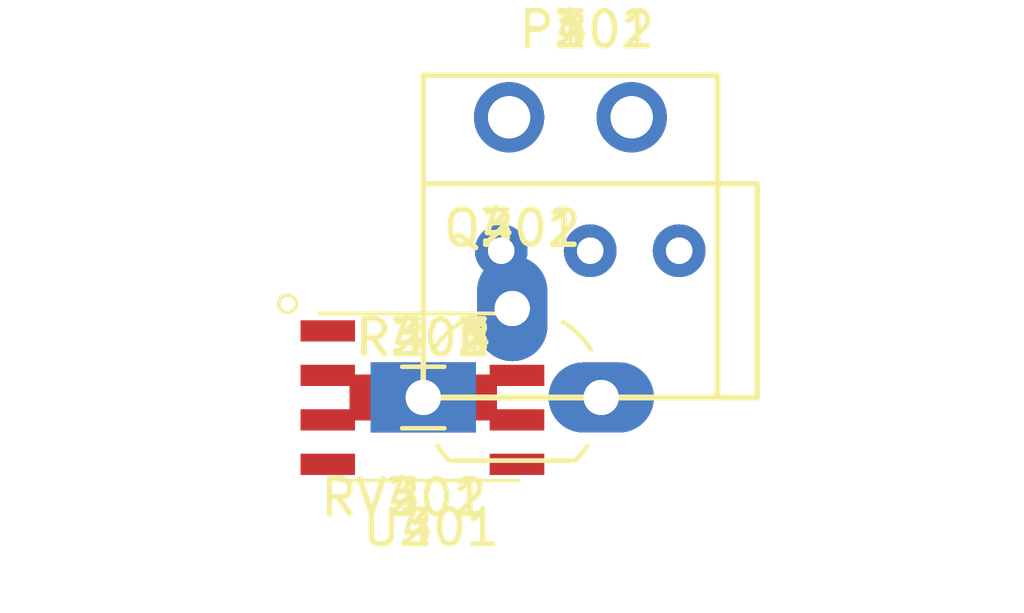
<source format=kicad_pcb>
(kicad_pcb (version 4) (host pcbnew 4.0.4-stable)

  (general
    (links 78)
    (no_connects 42)
    (area 0 0 0 0)
    (thickness 1.6)
    (drawings 0)
    (tracks 0)
    (zones 0)
    (modules 40)
    (nets 33)
  )

  (page A4)
  (layers
    (0 F.Cu signal)
    (31 B.Cu signal)
    (32 B.Adhes user)
    (33 F.Adhes user)
    (34 B.Paste user)
    (35 F.Paste user)
    (36 B.SilkS user)
    (37 F.SilkS user)
    (38 B.Mask user)
    (39 F.Mask user)
    (40 Dwgs.User user)
    (41 Cmts.User user)
    (42 Eco1.User user)
    (43 Eco2.User user)
    (44 Edge.Cuts user)
    (45 Margin user)
    (46 B.CrtYd user)
    (47 F.CrtYd user)
    (48 B.Fab user)
    (49 F.Fab user)
  )

  (setup
    (last_trace_width 0.25)
    (trace_clearance 0.2)
    (zone_clearance 0.508)
    (zone_45_only no)
    (trace_min 0.2)
    (segment_width 0.2)
    (edge_width 0.15)
    (via_size 0.6)
    (via_drill 0.4)
    (via_min_size 0.4)
    (via_min_drill 0.3)
    (uvia_size 0.3)
    (uvia_drill 0.1)
    (uvias_allowed no)
    (uvia_min_size 0.2)
    (uvia_min_drill 0.1)
    (pcb_text_width 0.3)
    (pcb_text_size 1.5 1.5)
    (mod_edge_width 0.15)
    (mod_text_size 1 1)
    (mod_text_width 0.15)
    (pad_size 1.524 1.524)
    (pad_drill 0.762)
    (pad_to_mask_clearance 0.2)
    (aux_axis_origin 0 0)
    (visible_elements FFFFFF7F)
    (pcbplotparams
      (layerselection 0x00030_80000001)
      (usegerberextensions false)
      (excludeedgelayer true)
      (linewidth 0.100000)
      (plotframeref false)
      (viasonmask false)
      (mode 1)
      (useauxorigin false)
      (hpglpennumber 1)
      (hpglpenspeed 20)
      (hpglpendiameter 15)
      (hpglpenoverlay 2)
      (psnegative false)
      (psa4output false)
      (plotreference true)
      (plotvalue true)
      (plotinvisibletext false)
      (padsonsilk false)
      (subtractmaskfromsilk false)
      (outputformat 1)
      (mirror false)
      (drillshape 1)
      (scaleselection 1)
      (outputdirectory ""))
  )

  (net 0 "")
  (net 1 +5V)
  (net 2 GND)
  (net 3 "Net-(P201-Pad1)")
  (net 4 "Net-(P202-Pad1)")
  (net 5 "Net-(P301-Pad1)")
  (net 6 "Net-(P302-Pad1)")
  (net 7 "Net-(P401-Pad1)")
  (net 8 "Net-(P402-Pad1)")
  (net 9 "Net-(Q201-Pad3)")
  (net 10 "Net-(Q201-Pad2)")
  (net 11 "Net-(Q202-Pad3)")
  (net 12 "Net-(Q202-Pad2)")
  (net 13 "Net-(Q301-Pad3)")
  (net 14 "Net-(Q301-Pad2)")
  (net 15 "Net-(Q302-Pad3)")
  (net 16 "Net-(Q302-Pad2)")
  (net 17 "Net-(Q401-Pad3)")
  (net 18 "Net-(Q401-Pad2)")
  (net 19 "Net-(Q402-Pad3)")
  (net 20 "Net-(Q402-Pad2)")
  (net 21 "Net-(R201-Pad1)")
  (net 22 "Net-(R204-Pad1)")
  (net 23 "Net-(R301-Pad1)")
  (net 24 "Net-(R304-Pad1)")
  (net 25 "Net-(R401-Pad1)")
  (net 26 "Net-(R404-Pad1)")
  (net 27 "Net-(RV201-Pad2)")
  (net 28 "Net-(RV202-Pad2)")
  (net 29 "Net-(RV301-Pad2)")
  (net 30 "Net-(RV302-Pad2)")
  (net 31 "Net-(RV401-Pad2)")
  (net 32 "Net-(RV402-Pad2)")

  (net_class Default "This is the default net class."
    (clearance 0.2)
    (trace_width 0.25)
    (via_dia 0.6)
    (via_drill 0.4)
    (uvia_dia 0.3)
    (uvia_drill 0.1)
    (add_net +5V)
    (add_net GND)
    (add_net "Net-(P201-Pad1)")
    (add_net "Net-(P202-Pad1)")
    (add_net "Net-(P301-Pad1)")
    (add_net "Net-(P302-Pad1)")
    (add_net "Net-(P401-Pad1)")
    (add_net "Net-(P402-Pad1)")
    (add_net "Net-(Q201-Pad2)")
    (add_net "Net-(Q201-Pad3)")
    (add_net "Net-(Q202-Pad2)")
    (add_net "Net-(Q202-Pad3)")
    (add_net "Net-(Q301-Pad2)")
    (add_net "Net-(Q301-Pad3)")
    (add_net "Net-(Q302-Pad2)")
    (add_net "Net-(Q302-Pad3)")
    (add_net "Net-(Q401-Pad2)")
    (add_net "Net-(Q401-Pad3)")
    (add_net "Net-(Q402-Pad2)")
    (add_net "Net-(Q402-Pad3)")
    (add_net "Net-(R201-Pad1)")
    (add_net "Net-(R204-Pad1)")
    (add_net "Net-(R301-Pad1)")
    (add_net "Net-(R304-Pad1)")
    (add_net "Net-(R401-Pad1)")
    (add_net "Net-(R404-Pad1)")
    (add_net "Net-(RV201-Pad2)")
    (add_net "Net-(RV202-Pad2)")
    (add_net "Net-(RV301-Pad2)")
    (add_net "Net-(RV302-Pad2)")
    (add_net "Net-(RV401-Pad2)")
    (add_net "Net-(RV402-Pad2)")
  )

  (module KiCAD_Tutorial_modules:CONN_PHOENIX_1844210_2PIN (layer F.Cu) (tedit 58DB9104) (tstamp 58DBB0BC)
    (at 148.5011 105.0036)
    (path /58DBB09E)
    (fp_text reference P101 (at 4.67 -10.5) (layer F.SilkS)
      (effects (font (size 1 1) (thickness 0.15)))
    )
    (fp_text value CONN_01X02 (at 5.06 3.77) (layer F.Fab)
      (effects (font (size 1 1) (thickness 0.15)))
    )
    (fp_line (start 0 -9.2) (end 8.4 -9.2) (layer F.SilkS) (width 0.15))
    (fp_line (start 8.4 0) (end 8.4 -9.2) (layer F.SilkS) (width 0.15))
    (fp_line (start 0 0) (end 0 -9.2) (layer F.SilkS) (width 0.15))
    (fp_line (start 0 0) (end 8.4 0) (layer F.SilkS) (width 0.15))
    (pad 1 thru_hole circle (at 2.45 -8) (size 2 2) (drill 1.2) (layers *.Cu *.Mask)
      (net 1 +5V))
    (pad 2 thru_hole circle (at 5.95 -8) (size 2 2) (drill 1.2) (layers *.Cu *.Mask)
      (net 2 GND))
  )

  (module KiCAD_Tutorial_modules:CONN_PHOENIX_1844210_2PIN (layer F.Cu) (tedit 58DB9104) (tstamp 58DBB0C6)
    (at 148.5011 105.0036)
    (path /58D8DB4F/58DB4221)
    (fp_text reference P201 (at 4.67 -10.5) (layer F.SilkS)
      (effects (font (size 1 1) (thickness 0.15)))
    )
    (fp_text value CONN_01X02 (at 5.06 3.77) (layer F.Fab)
      (effects (font (size 1 1) (thickness 0.15)))
    )
    (fp_line (start 0 -9.2) (end 8.4 -9.2) (layer F.SilkS) (width 0.15))
    (fp_line (start 8.4 0) (end 8.4 -9.2) (layer F.SilkS) (width 0.15))
    (fp_line (start 0 0) (end 0 -9.2) (layer F.SilkS) (width 0.15))
    (fp_line (start 0 0) (end 8.4 0) (layer F.SilkS) (width 0.15))
    (pad 1 thru_hole circle (at 2.45 -8) (size 2 2) (drill 1.2) (layers *.Cu *.Mask)
      (net 3 "Net-(P201-Pad1)"))
    (pad 2 thru_hole circle (at 5.95 -8) (size 2 2) (drill 1.2) (layers *.Cu *.Mask)
      (net 2 GND))
  )

  (module KiCAD_Tutorial_modules:CONN_PHOENIX_1844210_2PIN (layer F.Cu) (tedit 58DB9104) (tstamp 58DBB0D0)
    (at 148.5011 105.0036)
    (path /58D8DB4F/58DBACEF)
    (fp_text reference P202 (at 4.67 -10.5) (layer F.SilkS)
      (effects (font (size 1 1) (thickness 0.15)))
    )
    (fp_text value CONN_01X02 (at 5.06 3.77) (layer F.Fab)
      (effects (font (size 1 1) (thickness 0.15)))
    )
    (fp_line (start 0 -9.2) (end 8.4 -9.2) (layer F.SilkS) (width 0.15))
    (fp_line (start 8.4 0) (end 8.4 -9.2) (layer F.SilkS) (width 0.15))
    (fp_line (start 0 0) (end 0 -9.2) (layer F.SilkS) (width 0.15))
    (fp_line (start 0 0) (end 8.4 0) (layer F.SilkS) (width 0.15))
    (pad 1 thru_hole circle (at 2.45 -8) (size 2 2) (drill 1.2) (layers *.Cu *.Mask)
      (net 4 "Net-(P202-Pad1)"))
    (pad 2 thru_hole circle (at 5.95 -8) (size 2 2) (drill 1.2) (layers *.Cu *.Mask)
      (net 2 GND))
  )

  (module KiCAD_Tutorial_modules:CONN_PHOENIX_1844210_2PIN (layer F.Cu) (tedit 58DB9104) (tstamp 58DBB0DA)
    (at 148.5011 105.0036)
    (path /58DB4800/58DB4221)
    (fp_text reference P301 (at 4.67 -10.5) (layer F.SilkS)
      (effects (font (size 1 1) (thickness 0.15)))
    )
    (fp_text value CONN_01X02 (at 5.06 3.77) (layer F.Fab)
      (effects (font (size 1 1) (thickness 0.15)))
    )
    (fp_line (start 0 -9.2) (end 8.4 -9.2) (layer F.SilkS) (width 0.15))
    (fp_line (start 8.4 0) (end 8.4 -9.2) (layer F.SilkS) (width 0.15))
    (fp_line (start 0 0) (end 0 -9.2) (layer F.SilkS) (width 0.15))
    (fp_line (start 0 0) (end 8.4 0) (layer F.SilkS) (width 0.15))
    (pad 1 thru_hole circle (at 2.45 -8) (size 2 2) (drill 1.2) (layers *.Cu *.Mask)
      (net 5 "Net-(P301-Pad1)"))
    (pad 2 thru_hole circle (at 5.95 -8) (size 2 2) (drill 1.2) (layers *.Cu *.Mask)
      (net 2 GND))
  )

  (module KiCAD_Tutorial_modules:CONN_PHOENIX_1844210_2PIN (layer F.Cu) (tedit 58DB9104) (tstamp 58DBB0E4)
    (at 148.5011 105.0036)
    (path /58DB4800/58DBACEF)
    (fp_text reference P302 (at 4.67 -10.5) (layer F.SilkS)
      (effects (font (size 1 1) (thickness 0.15)))
    )
    (fp_text value CONN_01X02 (at 5.06 3.77) (layer F.Fab)
      (effects (font (size 1 1) (thickness 0.15)))
    )
    (fp_line (start 0 -9.2) (end 8.4 -9.2) (layer F.SilkS) (width 0.15))
    (fp_line (start 8.4 0) (end 8.4 -9.2) (layer F.SilkS) (width 0.15))
    (fp_line (start 0 0) (end 0 -9.2) (layer F.SilkS) (width 0.15))
    (fp_line (start 0 0) (end 8.4 0) (layer F.SilkS) (width 0.15))
    (pad 1 thru_hole circle (at 2.45 -8) (size 2 2) (drill 1.2) (layers *.Cu *.Mask)
      (net 6 "Net-(P302-Pad1)"))
    (pad 2 thru_hole circle (at 5.95 -8) (size 2 2) (drill 1.2) (layers *.Cu *.Mask)
      (net 2 GND))
  )

  (module KiCAD_Tutorial_modules:CONN_PHOENIX_1844210_2PIN (layer F.Cu) (tedit 58DB9104) (tstamp 58DBB0EE)
    (at 148.5011 105.0036)
    (path /58DB4802/58DB4221)
    (fp_text reference P401 (at 4.67 -10.5) (layer F.SilkS)
      (effects (font (size 1 1) (thickness 0.15)))
    )
    (fp_text value CONN_01X02 (at 5.06 3.77) (layer F.Fab)
      (effects (font (size 1 1) (thickness 0.15)))
    )
    (fp_line (start 0 -9.2) (end 8.4 -9.2) (layer F.SilkS) (width 0.15))
    (fp_line (start 8.4 0) (end 8.4 -9.2) (layer F.SilkS) (width 0.15))
    (fp_line (start 0 0) (end 0 -9.2) (layer F.SilkS) (width 0.15))
    (fp_line (start 0 0) (end 8.4 0) (layer F.SilkS) (width 0.15))
    (pad 1 thru_hole circle (at 2.45 -8) (size 2 2) (drill 1.2) (layers *.Cu *.Mask)
      (net 7 "Net-(P401-Pad1)"))
    (pad 2 thru_hole circle (at 5.95 -8) (size 2 2) (drill 1.2) (layers *.Cu *.Mask)
      (net 2 GND))
  )

  (module KiCAD_Tutorial_modules:CONN_PHOENIX_1844210_2PIN (layer F.Cu) (tedit 58DB9104) (tstamp 58DBB0F8)
    (at 148.5011 105.0036)
    (path /58DB4802/58DBACEF)
    (fp_text reference P402 (at 4.67 -10.5) (layer F.SilkS)
      (effects (font (size 1 1) (thickness 0.15)))
    )
    (fp_text value CONN_01X02 (at 5.06 3.77) (layer F.Fab)
      (effects (font (size 1 1) (thickness 0.15)))
    )
    (fp_line (start 0 -9.2) (end 8.4 -9.2) (layer F.SilkS) (width 0.15))
    (fp_line (start 8.4 0) (end 8.4 -9.2) (layer F.SilkS) (width 0.15))
    (fp_line (start 0 0) (end 0 -9.2) (layer F.SilkS) (width 0.15))
    (fp_line (start 0 0) (end 8.4 0) (layer F.SilkS) (width 0.15))
    (pad 1 thru_hole circle (at 2.45 -8) (size 2 2) (drill 1.2) (layers *.Cu *.Mask)
      (net 8 "Net-(P402-Pad1)"))
    (pad 2 thru_hole circle (at 5.95 -8) (size 2 2) (drill 1.2) (layers *.Cu *.Mask)
      (net 2 GND))
  )

  (module KiCAD_Tutorial_modules:TO-92_Rugged_swap2and3 (layer F.Cu) (tedit 58DB9B31) (tstamp 58DBB10D)
    (at 148.5011 105.0036)
    (descr "TO-92 rugged, leads molded, wide, drill 1mm (see NXP sot054_po.pdf)")
    (tags "to-92 sc-43 sc-43a sot54 PA33 transistor")
    (path /58D8DB4F/58D8DEF8)
    (fp_text reference Q201 (at 2.54 -4.83) (layer F.SilkS)
      (effects (font (size 1 1) (thickness 0.15)))
    )
    (fp_text value Transistor_PNP_MicroCommCo_2N3906 (at 2.54 2.79) (layer F.Fab)
      (effects (font (size 1 1) (thickness 0.15)))
    )
    (fp_text user %R (at 2.54 -4.83) (layer F.Fab)
      (effects (font (size 1 1) (thickness 0.15)))
    )
    (fp_line (start 0.84 1.8) (end 4.24 1.8) (layer F.SilkS) (width 0.12))
    (fp_line (start 0.8 1.75) (end 4.3 1.75) (layer F.Fab) (width 0.1))
    (fp_line (start 0.8 1.75) (end 4.3 1.75) (layer F.Fab) (width 0.1))
    (fp_line (start -1.75 -4.29) (end 6.83 -4.29) (layer F.CrtYd) (width 0.05))
    (fp_line (start -1.75 -4.29) (end -1.75 2.01) (layer F.CrtYd) (width 0.05))
    (fp_line (start 6.83 2.01) (end 6.83 -4.29) (layer F.CrtYd) (width 0.05))
    (fp_line (start 6.83 2.01) (end -1.75 2.01) (layer F.CrtYd) (width 0.05))
    (fp_arc (start 2.34 -0.1) (end 0.29 -1.35) (angle 27.25) (layer F.SilkS) (width 0.12))
    (fp_arc (start 2.74 -0.1) (end 4.79 -1.35) (angle -27.25) (layer F.SilkS) (width 0.12))
    (fp_arc (start 2.44 0.1) (end 0.74 1.8) (angle 12.99) (layer F.SilkS) (width 0.12))
    (fp_arc (start 2.64 0.1) (end 4.34 1.8) (angle -12.99) (layer F.SilkS) (width 0.12))
    (fp_arc (start 2.54 0) (end 2.54 -2.48) (angle 135) (layer F.Fab) (width 0.1))
    (fp_arc (start 2.54 0) (end 2.54 -2.48) (angle -135) (layer F.Fab) (width 0.1))
    (pad 3 thru_hole oval (at 2.54 -2.54 90) (size 3 2) (drill 1) (layers *.Cu *.Mask)
      (net 9 "Net-(Q201-Pad3)"))
    (pad 1 thru_hole rect (at 0 0 90) (size 2 3) (drill 1) (layers *.Cu *.Mask)
      (net 3 "Net-(P201-Pad1)"))
    (pad 2 thru_hole oval (at 5.08 0 90) (size 2 3) (drill 1) (layers *.Cu *.Mask)
      (net 10 "Net-(Q201-Pad2)"))
    (model ${KISYS3DMOD}/TO_SOT_Packages_THT.3dshapes/TO-92_Rugged.wrl
      (at (xyz 0.1 0 0))
      (scale (xyz 1 1 1))
      (rotate (xyz 0 0 -90))
    )
  )

  (module KiCAD_Tutorial_modules:TO-92_Rugged_swap2and3 (layer F.Cu) (tedit 58DB9B31) (tstamp 58DBB122)
    (at 148.5011 105.0036)
    (descr "TO-92 rugged, leads molded, wide, drill 1mm (see NXP sot054_po.pdf)")
    (tags "to-92 sc-43 sc-43a sot54 PA33 transistor")
    (path /58D8DB4F/58DBACA6)
    (fp_text reference Q202 (at 2.54 -4.83) (layer F.SilkS)
      (effects (font (size 1 1) (thickness 0.15)))
    )
    (fp_text value Transistor_PNP_MicroCommCo_2N3906 (at 2.54 2.79) (layer F.Fab)
      (effects (font (size 1 1) (thickness 0.15)))
    )
    (fp_text user %R (at 2.54 -4.83) (layer F.Fab)
      (effects (font (size 1 1) (thickness 0.15)))
    )
    (fp_line (start 0.84 1.8) (end 4.24 1.8) (layer F.SilkS) (width 0.12))
    (fp_line (start 0.8 1.75) (end 4.3 1.75) (layer F.Fab) (width 0.1))
    (fp_line (start 0.8 1.75) (end 4.3 1.75) (layer F.Fab) (width 0.1))
    (fp_line (start -1.75 -4.29) (end 6.83 -4.29) (layer F.CrtYd) (width 0.05))
    (fp_line (start -1.75 -4.29) (end -1.75 2.01) (layer F.CrtYd) (width 0.05))
    (fp_line (start 6.83 2.01) (end 6.83 -4.29) (layer F.CrtYd) (width 0.05))
    (fp_line (start 6.83 2.01) (end -1.75 2.01) (layer F.CrtYd) (width 0.05))
    (fp_arc (start 2.34 -0.1) (end 0.29 -1.35) (angle 27.25) (layer F.SilkS) (width 0.12))
    (fp_arc (start 2.74 -0.1) (end 4.79 -1.35) (angle -27.25) (layer F.SilkS) (width 0.12))
    (fp_arc (start 2.44 0.1) (end 0.74 1.8) (angle 12.99) (layer F.SilkS) (width 0.12))
    (fp_arc (start 2.64 0.1) (end 4.34 1.8) (angle -12.99) (layer F.SilkS) (width 0.12))
    (fp_arc (start 2.54 0) (end 2.54 -2.48) (angle 135) (layer F.Fab) (width 0.1))
    (fp_arc (start 2.54 0) (end 2.54 -2.48) (angle -135) (layer F.Fab) (width 0.1))
    (pad 3 thru_hole oval (at 2.54 -2.54 90) (size 3 2) (drill 1) (layers *.Cu *.Mask)
      (net 11 "Net-(Q202-Pad3)"))
    (pad 1 thru_hole rect (at 0 0 90) (size 2 3) (drill 1) (layers *.Cu *.Mask)
      (net 4 "Net-(P202-Pad1)"))
    (pad 2 thru_hole oval (at 5.08 0 90) (size 2 3) (drill 1) (layers *.Cu *.Mask)
      (net 12 "Net-(Q202-Pad2)"))
    (model ${KISYS3DMOD}/TO_SOT_Packages_THT.3dshapes/TO-92_Rugged.wrl
      (at (xyz 0.1 0 0))
      (scale (xyz 1 1 1))
      (rotate (xyz 0 0 -90))
    )
  )

  (module KiCAD_Tutorial_modules:TO-92_Rugged_swap2and3 (layer F.Cu) (tedit 58DB9B31) (tstamp 58DBB137)
    (at 148.5011 105.0036)
    (descr "TO-92 rugged, leads molded, wide, drill 1mm (see NXP sot054_po.pdf)")
    (tags "to-92 sc-43 sc-43a sot54 PA33 transistor")
    (path /58DB4800/58D8DEF8)
    (fp_text reference Q301 (at 2.54 -4.83) (layer F.SilkS)
      (effects (font (size 1 1) (thickness 0.15)))
    )
    (fp_text value Transistor_PNP_MicroCommCo_2N3906 (at 2.54 2.79) (layer F.Fab)
      (effects (font (size 1 1) (thickness 0.15)))
    )
    (fp_text user %R (at 2.54 -4.83) (layer F.Fab)
      (effects (font (size 1 1) (thickness 0.15)))
    )
    (fp_line (start 0.84 1.8) (end 4.24 1.8) (layer F.SilkS) (width 0.12))
    (fp_line (start 0.8 1.75) (end 4.3 1.75) (layer F.Fab) (width 0.1))
    (fp_line (start 0.8 1.75) (end 4.3 1.75) (layer F.Fab) (width 0.1))
    (fp_line (start -1.75 -4.29) (end 6.83 -4.29) (layer F.CrtYd) (width 0.05))
    (fp_line (start -1.75 -4.29) (end -1.75 2.01) (layer F.CrtYd) (width 0.05))
    (fp_line (start 6.83 2.01) (end 6.83 -4.29) (layer F.CrtYd) (width 0.05))
    (fp_line (start 6.83 2.01) (end -1.75 2.01) (layer F.CrtYd) (width 0.05))
    (fp_arc (start 2.34 -0.1) (end 0.29 -1.35) (angle 27.25) (layer F.SilkS) (width 0.12))
    (fp_arc (start 2.74 -0.1) (end 4.79 -1.35) (angle -27.25) (layer F.SilkS) (width 0.12))
    (fp_arc (start 2.44 0.1) (end 0.74 1.8) (angle 12.99) (layer F.SilkS) (width 0.12))
    (fp_arc (start 2.64 0.1) (end 4.34 1.8) (angle -12.99) (layer F.SilkS) (width 0.12))
    (fp_arc (start 2.54 0) (end 2.54 -2.48) (angle 135) (layer F.Fab) (width 0.1))
    (fp_arc (start 2.54 0) (end 2.54 -2.48) (angle -135) (layer F.Fab) (width 0.1))
    (pad 3 thru_hole oval (at 2.54 -2.54 90) (size 3 2) (drill 1) (layers *.Cu *.Mask)
      (net 13 "Net-(Q301-Pad3)"))
    (pad 1 thru_hole rect (at 0 0 90) (size 2 3) (drill 1) (layers *.Cu *.Mask)
      (net 5 "Net-(P301-Pad1)"))
    (pad 2 thru_hole oval (at 5.08 0 90) (size 2 3) (drill 1) (layers *.Cu *.Mask)
      (net 14 "Net-(Q301-Pad2)"))
    (model ${KISYS3DMOD}/TO_SOT_Packages_THT.3dshapes/TO-92_Rugged.wrl
      (at (xyz 0.1 0 0))
      (scale (xyz 1 1 1))
      (rotate (xyz 0 0 -90))
    )
  )

  (module KiCAD_Tutorial_modules:TO-92_Rugged_swap2and3 (layer F.Cu) (tedit 58DB9B31) (tstamp 58DBB14C)
    (at 148.5011 105.0036)
    (descr "TO-92 rugged, leads molded, wide, drill 1mm (see NXP sot054_po.pdf)")
    (tags "to-92 sc-43 sc-43a sot54 PA33 transistor")
    (path /58DB4800/58DBACA6)
    (fp_text reference Q302 (at 2.54 -4.83) (layer F.SilkS)
      (effects (font (size 1 1) (thickness 0.15)))
    )
    (fp_text value Transistor_PNP_MicroCommCo_2N3906 (at 2.54 2.79) (layer F.Fab)
      (effects (font (size 1 1) (thickness 0.15)))
    )
    (fp_text user %R (at 2.54 -4.83) (layer F.Fab)
      (effects (font (size 1 1) (thickness 0.15)))
    )
    (fp_line (start 0.84 1.8) (end 4.24 1.8) (layer F.SilkS) (width 0.12))
    (fp_line (start 0.8 1.75) (end 4.3 1.75) (layer F.Fab) (width 0.1))
    (fp_line (start 0.8 1.75) (end 4.3 1.75) (layer F.Fab) (width 0.1))
    (fp_line (start -1.75 -4.29) (end 6.83 -4.29) (layer F.CrtYd) (width 0.05))
    (fp_line (start -1.75 -4.29) (end -1.75 2.01) (layer F.CrtYd) (width 0.05))
    (fp_line (start 6.83 2.01) (end 6.83 -4.29) (layer F.CrtYd) (width 0.05))
    (fp_line (start 6.83 2.01) (end -1.75 2.01) (layer F.CrtYd) (width 0.05))
    (fp_arc (start 2.34 -0.1) (end 0.29 -1.35) (angle 27.25) (layer F.SilkS) (width 0.12))
    (fp_arc (start 2.74 -0.1) (end 4.79 -1.35) (angle -27.25) (layer F.SilkS) (width 0.12))
    (fp_arc (start 2.44 0.1) (end 0.74 1.8) (angle 12.99) (layer F.SilkS) (width 0.12))
    (fp_arc (start 2.64 0.1) (end 4.34 1.8) (angle -12.99) (layer F.SilkS) (width 0.12))
    (fp_arc (start 2.54 0) (end 2.54 -2.48) (angle 135) (layer F.Fab) (width 0.1))
    (fp_arc (start 2.54 0) (end 2.54 -2.48) (angle -135) (layer F.Fab) (width 0.1))
    (pad 3 thru_hole oval (at 2.54 -2.54 90) (size 3 2) (drill 1) (layers *.Cu *.Mask)
      (net 15 "Net-(Q302-Pad3)"))
    (pad 1 thru_hole rect (at 0 0 90) (size 2 3) (drill 1) (layers *.Cu *.Mask)
      (net 6 "Net-(P302-Pad1)"))
    (pad 2 thru_hole oval (at 5.08 0 90) (size 2 3) (drill 1) (layers *.Cu *.Mask)
      (net 16 "Net-(Q302-Pad2)"))
    (model ${KISYS3DMOD}/TO_SOT_Packages_THT.3dshapes/TO-92_Rugged.wrl
      (at (xyz 0.1 0 0))
      (scale (xyz 1 1 1))
      (rotate (xyz 0 0 -90))
    )
  )

  (module KiCAD_Tutorial_modules:TO-92_Rugged_swap2and3 (layer F.Cu) (tedit 58DB9B31) (tstamp 58DBB161)
    (at 148.5011 105.0036)
    (descr "TO-92 rugged, leads molded, wide, drill 1mm (see NXP sot054_po.pdf)")
    (tags "to-92 sc-43 sc-43a sot54 PA33 transistor")
    (path /58DB4802/58D8DEF8)
    (fp_text reference Q401 (at 2.54 -4.83) (layer F.SilkS)
      (effects (font (size 1 1) (thickness 0.15)))
    )
    (fp_text value Transistor_PNP_MicroCommCo_2N3906 (at 2.54 2.79) (layer F.Fab)
      (effects (font (size 1 1) (thickness 0.15)))
    )
    (fp_text user %R (at 2.54 -4.83) (layer F.Fab)
      (effects (font (size 1 1) (thickness 0.15)))
    )
    (fp_line (start 0.84 1.8) (end 4.24 1.8) (layer F.SilkS) (width 0.12))
    (fp_line (start 0.8 1.75) (end 4.3 1.75) (layer F.Fab) (width 0.1))
    (fp_line (start 0.8 1.75) (end 4.3 1.75) (layer F.Fab) (width 0.1))
    (fp_line (start -1.75 -4.29) (end 6.83 -4.29) (layer F.CrtYd) (width 0.05))
    (fp_line (start -1.75 -4.29) (end -1.75 2.01) (layer F.CrtYd) (width 0.05))
    (fp_line (start 6.83 2.01) (end 6.83 -4.29) (layer F.CrtYd) (width 0.05))
    (fp_line (start 6.83 2.01) (end -1.75 2.01) (layer F.CrtYd) (width 0.05))
    (fp_arc (start 2.34 -0.1) (end 0.29 -1.35) (angle 27.25) (layer F.SilkS) (width 0.12))
    (fp_arc (start 2.74 -0.1) (end 4.79 -1.35) (angle -27.25) (layer F.SilkS) (width 0.12))
    (fp_arc (start 2.44 0.1) (end 0.74 1.8) (angle 12.99) (layer F.SilkS) (width 0.12))
    (fp_arc (start 2.64 0.1) (end 4.34 1.8) (angle -12.99) (layer F.SilkS) (width 0.12))
    (fp_arc (start 2.54 0) (end 2.54 -2.48) (angle 135) (layer F.Fab) (width 0.1))
    (fp_arc (start 2.54 0) (end 2.54 -2.48) (angle -135) (layer F.Fab) (width 0.1))
    (pad 3 thru_hole oval (at 2.54 -2.54 90) (size 3 2) (drill 1) (layers *.Cu *.Mask)
      (net 17 "Net-(Q401-Pad3)"))
    (pad 1 thru_hole rect (at 0 0 90) (size 2 3) (drill 1) (layers *.Cu *.Mask)
      (net 7 "Net-(P401-Pad1)"))
    (pad 2 thru_hole oval (at 5.08 0 90) (size 2 3) (drill 1) (layers *.Cu *.Mask)
      (net 18 "Net-(Q401-Pad2)"))
    (model ${KISYS3DMOD}/TO_SOT_Packages_THT.3dshapes/TO-92_Rugged.wrl
      (at (xyz 0.1 0 0))
      (scale (xyz 1 1 1))
      (rotate (xyz 0 0 -90))
    )
  )

  (module KiCAD_Tutorial_modules:TO-92_Rugged_swap2and3 (layer F.Cu) (tedit 58DB9B31) (tstamp 58DBB176)
    (at 148.5011 105.0036)
    (descr "TO-92 rugged, leads molded, wide, drill 1mm (see NXP sot054_po.pdf)")
    (tags "to-92 sc-43 sc-43a sot54 PA33 transistor")
    (path /58DB4802/58DBACA6)
    (fp_text reference Q402 (at 2.54 -4.83) (layer F.SilkS)
      (effects (font (size 1 1) (thickness 0.15)))
    )
    (fp_text value Transistor_PNP_MicroCommCo_2N3906 (at 2.54 2.79) (layer F.Fab)
      (effects (font (size 1 1) (thickness 0.15)))
    )
    (fp_text user %R (at 2.54 -4.83) (layer F.Fab)
      (effects (font (size 1 1) (thickness 0.15)))
    )
    (fp_line (start 0.84 1.8) (end 4.24 1.8) (layer F.SilkS) (width 0.12))
    (fp_line (start 0.8 1.75) (end 4.3 1.75) (layer F.Fab) (width 0.1))
    (fp_line (start 0.8 1.75) (end 4.3 1.75) (layer F.Fab) (width 0.1))
    (fp_line (start -1.75 -4.29) (end 6.83 -4.29) (layer F.CrtYd) (width 0.05))
    (fp_line (start -1.75 -4.29) (end -1.75 2.01) (layer F.CrtYd) (width 0.05))
    (fp_line (start 6.83 2.01) (end 6.83 -4.29) (layer F.CrtYd) (width 0.05))
    (fp_line (start 6.83 2.01) (end -1.75 2.01) (layer F.CrtYd) (width 0.05))
    (fp_arc (start 2.34 -0.1) (end 0.29 -1.35) (angle 27.25) (layer F.SilkS) (width 0.12))
    (fp_arc (start 2.74 -0.1) (end 4.79 -1.35) (angle -27.25) (layer F.SilkS) (width 0.12))
    (fp_arc (start 2.44 0.1) (end 0.74 1.8) (angle 12.99) (layer F.SilkS) (width 0.12))
    (fp_arc (start 2.64 0.1) (end 4.34 1.8) (angle -12.99) (layer F.SilkS) (width 0.12))
    (fp_arc (start 2.54 0) (end 2.54 -2.48) (angle 135) (layer F.Fab) (width 0.1))
    (fp_arc (start 2.54 0) (end 2.54 -2.48) (angle -135) (layer F.Fab) (width 0.1))
    (pad 3 thru_hole oval (at 2.54 -2.54 90) (size 3 2) (drill 1) (layers *.Cu *.Mask)
      (net 19 "Net-(Q402-Pad3)"))
    (pad 1 thru_hole rect (at 0 0 90) (size 2 3) (drill 1) (layers *.Cu *.Mask)
      (net 8 "Net-(P402-Pad1)"))
    (pad 2 thru_hole oval (at 5.08 0 90) (size 2 3) (drill 1) (layers *.Cu *.Mask)
      (net 20 "Net-(Q402-Pad2)"))
    (model ${KISYS3DMOD}/TO_SOT_Packages_THT.3dshapes/TO-92_Rugged.wrl
      (at (xyz 0.1 0 0))
      (scale (xyz 1 1 1))
      (rotate (xyz 0 0 -90))
    )
  )

  (module Resistors_SMD:R_0805_HandSoldering (layer F.Cu) (tedit 58AADA1D) (tstamp 58DBB187)
    (at 148.5011 105.0036)
    (descr "Resistor SMD 0805, hand soldering")
    (tags "resistor 0805")
    (path /58D8DB4F/58DB5FA5)
    (attr smd)
    (fp_text reference R201 (at 0 -1.7) (layer F.SilkS)
      (effects (font (size 1 1) (thickness 0.15)))
    )
    (fp_text value 1k (at 0 1.75) (layer F.Fab)
      (effects (font (size 1 1) (thickness 0.15)))
    )
    (fp_text user %R (at 0 -1.7) (layer F.Fab)
      (effects (font (size 1 1) (thickness 0.15)))
    )
    (fp_line (start -1 0.62) (end -1 -0.62) (layer F.Fab) (width 0.1))
    (fp_line (start 1 0.62) (end -1 0.62) (layer F.Fab) (width 0.1))
    (fp_line (start 1 -0.62) (end 1 0.62) (layer F.Fab) (width 0.1))
    (fp_line (start -1 -0.62) (end 1 -0.62) (layer F.Fab) (width 0.1))
    (fp_line (start 0.6 0.88) (end -0.6 0.88) (layer F.SilkS) (width 0.12))
    (fp_line (start -0.6 -0.88) (end 0.6 -0.88) (layer F.SilkS) (width 0.12))
    (fp_line (start -2.35 -0.9) (end 2.35 -0.9) (layer F.CrtYd) (width 0.05))
    (fp_line (start -2.35 -0.9) (end -2.35 0.9) (layer F.CrtYd) (width 0.05))
    (fp_line (start 2.35 0.9) (end 2.35 -0.9) (layer F.CrtYd) (width 0.05))
    (fp_line (start 2.35 0.9) (end -2.35 0.9) (layer F.CrtYd) (width 0.05))
    (pad 1 smd rect (at -1.35 0) (size 1.5 1.3) (layers F.Cu F.Paste F.Mask)
      (net 21 "Net-(R201-Pad1)"))
    (pad 2 smd rect (at 1.35 0) (size 1.5 1.3) (layers F.Cu F.Paste F.Mask)
      (net 9 "Net-(Q201-Pad3)"))
    (model Resistors_SMD.3dshapes/R_0805.wrl
      (at (xyz 0 0 0))
      (scale (xyz 1 1 1))
      (rotate (xyz 0 0 0))
    )
  )

  (module Resistors_SMD:R_0805_HandSoldering (layer F.Cu) (tedit 58AADA1D) (tstamp 58DBB198)
    (at 148.5011 105.0036)
    (descr "Resistor SMD 0805, hand soldering")
    (tags "resistor 0805")
    (path /58D8DB4F/58DB618D)
    (attr smd)
    (fp_text reference R202 (at 0 -1.7) (layer F.SilkS)
      (effects (font (size 1 1) (thickness 0.15)))
    )
    (fp_text value 10k (at 0 1.75) (layer F.Fab)
      (effects (font (size 1 1) (thickness 0.15)))
    )
    (fp_text user %R (at 0 -1.7) (layer F.Fab)
      (effects (font (size 1 1) (thickness 0.15)))
    )
    (fp_line (start -1 0.62) (end -1 -0.62) (layer F.Fab) (width 0.1))
    (fp_line (start 1 0.62) (end -1 0.62) (layer F.Fab) (width 0.1))
    (fp_line (start 1 -0.62) (end 1 0.62) (layer F.Fab) (width 0.1))
    (fp_line (start -1 -0.62) (end 1 -0.62) (layer F.Fab) (width 0.1))
    (fp_line (start 0.6 0.88) (end -0.6 0.88) (layer F.SilkS) (width 0.12))
    (fp_line (start -0.6 -0.88) (end 0.6 -0.88) (layer F.SilkS) (width 0.12))
    (fp_line (start -2.35 -0.9) (end 2.35 -0.9) (layer F.CrtYd) (width 0.05))
    (fp_line (start -2.35 -0.9) (end -2.35 0.9) (layer F.CrtYd) (width 0.05))
    (fp_line (start 2.35 0.9) (end 2.35 -0.9) (layer F.CrtYd) (width 0.05))
    (fp_line (start 2.35 0.9) (end -2.35 0.9) (layer F.CrtYd) (width 0.05))
    (pad 1 smd rect (at -1.35 0) (size 1.5 1.3) (layers F.Cu F.Paste F.Mask)
      (net 21 "Net-(R201-Pad1)"))
    (pad 2 smd rect (at 1.35 0) (size 1.5 1.3) (layers F.Cu F.Paste F.Mask)
      (net 2 GND))
    (model Resistors_SMD.3dshapes/R_0805.wrl
      (at (xyz 0 0 0))
      (scale (xyz 1 1 1))
      (rotate (xyz 0 0 0))
    )
  )

  (module Resistors_SMD:R_0805_HandSoldering (layer F.Cu) (tedit 58AADA1D) (tstamp 58DBB1A9)
    (at 148.5011 105.0036)
    (descr "Resistor SMD 0805, hand soldering")
    (tags "resistor 0805")
    (path /58D8DB4F/58D8DF30)
    (attr smd)
    (fp_text reference R203 (at 0 -1.7) (layer F.SilkS)
      (effects (font (size 1 1) (thickness 0.15)))
    )
    (fp_text value 10 (at 0 1.75) (layer F.Fab)
      (effects (font (size 1 1) (thickness 0.15)))
    )
    (fp_text user %R (at 0 -1.7) (layer F.Fab)
      (effects (font (size 1 1) (thickness 0.15)))
    )
    (fp_line (start -1 0.62) (end -1 -0.62) (layer F.Fab) (width 0.1))
    (fp_line (start 1 0.62) (end -1 0.62) (layer F.Fab) (width 0.1))
    (fp_line (start 1 -0.62) (end 1 0.62) (layer F.Fab) (width 0.1))
    (fp_line (start -1 -0.62) (end 1 -0.62) (layer F.Fab) (width 0.1))
    (fp_line (start 0.6 0.88) (end -0.6 0.88) (layer F.SilkS) (width 0.12))
    (fp_line (start -0.6 -0.88) (end 0.6 -0.88) (layer F.SilkS) (width 0.12))
    (fp_line (start -2.35 -0.9) (end 2.35 -0.9) (layer F.CrtYd) (width 0.05))
    (fp_line (start -2.35 -0.9) (end -2.35 0.9) (layer F.CrtYd) (width 0.05))
    (fp_line (start 2.35 0.9) (end 2.35 -0.9) (layer F.CrtYd) (width 0.05))
    (fp_line (start 2.35 0.9) (end -2.35 0.9) (layer F.CrtYd) (width 0.05))
    (pad 1 smd rect (at -1.35 0) (size 1.5 1.3) (layers F.Cu F.Paste F.Mask)
      (net 1 +5V))
    (pad 2 smd rect (at 1.35 0) (size 1.5 1.3) (layers F.Cu F.Paste F.Mask)
      (net 10 "Net-(Q201-Pad2)"))
    (model Resistors_SMD.3dshapes/R_0805.wrl
      (at (xyz 0 0 0))
      (scale (xyz 1 1 1))
      (rotate (xyz 0 0 0))
    )
  )

  (module Resistors_SMD:R_0805_HandSoldering (layer F.Cu) (tedit 58AADA1D) (tstamp 58DBB1BA)
    (at 148.5011 105.0036)
    (descr "Resistor SMD 0805, hand soldering")
    (tags "resistor 0805")
    (path /58D8DB4F/58DBACFB)
    (attr smd)
    (fp_text reference R204 (at 0 -1.7) (layer F.SilkS)
      (effects (font (size 1 1) (thickness 0.15)))
    )
    (fp_text value 1k (at 0 1.75) (layer F.Fab)
      (effects (font (size 1 1) (thickness 0.15)))
    )
    (fp_text user %R (at 0 -1.7) (layer F.Fab)
      (effects (font (size 1 1) (thickness 0.15)))
    )
    (fp_line (start -1 0.62) (end -1 -0.62) (layer F.Fab) (width 0.1))
    (fp_line (start 1 0.62) (end -1 0.62) (layer F.Fab) (width 0.1))
    (fp_line (start 1 -0.62) (end 1 0.62) (layer F.Fab) (width 0.1))
    (fp_line (start -1 -0.62) (end 1 -0.62) (layer F.Fab) (width 0.1))
    (fp_line (start 0.6 0.88) (end -0.6 0.88) (layer F.SilkS) (width 0.12))
    (fp_line (start -0.6 -0.88) (end 0.6 -0.88) (layer F.SilkS) (width 0.12))
    (fp_line (start -2.35 -0.9) (end 2.35 -0.9) (layer F.CrtYd) (width 0.05))
    (fp_line (start -2.35 -0.9) (end -2.35 0.9) (layer F.CrtYd) (width 0.05))
    (fp_line (start 2.35 0.9) (end 2.35 -0.9) (layer F.CrtYd) (width 0.05))
    (fp_line (start 2.35 0.9) (end -2.35 0.9) (layer F.CrtYd) (width 0.05))
    (pad 1 smd rect (at -1.35 0) (size 1.5 1.3) (layers F.Cu F.Paste F.Mask)
      (net 22 "Net-(R204-Pad1)"))
    (pad 2 smd rect (at 1.35 0) (size 1.5 1.3) (layers F.Cu F.Paste F.Mask)
      (net 11 "Net-(Q202-Pad3)"))
    (model Resistors_SMD.3dshapes/R_0805.wrl
      (at (xyz 0 0 0))
      (scale (xyz 1 1 1))
      (rotate (xyz 0 0 0))
    )
  )

  (module Resistors_SMD:R_0805_HandSoldering (layer F.Cu) (tedit 58AADA1D) (tstamp 58DBB1CB)
    (at 148.5011 105.0036)
    (descr "Resistor SMD 0805, hand soldering")
    (tags "resistor 0805")
    (path /58D8DB4F/58DBAD03)
    (attr smd)
    (fp_text reference R205 (at 0 -1.7) (layer F.SilkS)
      (effects (font (size 1 1) (thickness 0.15)))
    )
    (fp_text value 10k (at 0 1.75) (layer F.Fab)
      (effects (font (size 1 1) (thickness 0.15)))
    )
    (fp_text user %R (at 0 -1.7) (layer F.Fab)
      (effects (font (size 1 1) (thickness 0.15)))
    )
    (fp_line (start -1 0.62) (end -1 -0.62) (layer F.Fab) (width 0.1))
    (fp_line (start 1 0.62) (end -1 0.62) (layer F.Fab) (width 0.1))
    (fp_line (start 1 -0.62) (end 1 0.62) (layer F.Fab) (width 0.1))
    (fp_line (start -1 -0.62) (end 1 -0.62) (layer F.Fab) (width 0.1))
    (fp_line (start 0.6 0.88) (end -0.6 0.88) (layer F.SilkS) (width 0.12))
    (fp_line (start -0.6 -0.88) (end 0.6 -0.88) (layer F.SilkS) (width 0.12))
    (fp_line (start -2.35 -0.9) (end 2.35 -0.9) (layer F.CrtYd) (width 0.05))
    (fp_line (start -2.35 -0.9) (end -2.35 0.9) (layer F.CrtYd) (width 0.05))
    (fp_line (start 2.35 0.9) (end 2.35 -0.9) (layer F.CrtYd) (width 0.05))
    (fp_line (start 2.35 0.9) (end -2.35 0.9) (layer F.CrtYd) (width 0.05))
    (pad 1 smd rect (at -1.35 0) (size 1.5 1.3) (layers F.Cu F.Paste F.Mask)
      (net 22 "Net-(R204-Pad1)"))
    (pad 2 smd rect (at 1.35 0) (size 1.5 1.3) (layers F.Cu F.Paste F.Mask)
      (net 2 GND))
    (model Resistors_SMD.3dshapes/R_0805.wrl
      (at (xyz 0 0 0))
      (scale (xyz 1 1 1))
      (rotate (xyz 0 0 0))
    )
  )

  (module Resistors_SMD:R_0805_HandSoldering (layer F.Cu) (tedit 58AADA1D) (tstamp 58DBB1DC)
    (at 148.5011 105.0036)
    (descr "Resistor SMD 0805, hand soldering")
    (tags "resistor 0805")
    (path /58D8DB4F/58DBACD8)
    (attr smd)
    (fp_text reference R206 (at 0 -1.7) (layer F.SilkS)
      (effects (font (size 1 1) (thickness 0.15)))
    )
    (fp_text value 10 (at 0 1.75) (layer F.Fab)
      (effects (font (size 1 1) (thickness 0.15)))
    )
    (fp_text user %R (at 0 -1.7) (layer F.Fab)
      (effects (font (size 1 1) (thickness 0.15)))
    )
    (fp_line (start -1 0.62) (end -1 -0.62) (layer F.Fab) (width 0.1))
    (fp_line (start 1 0.62) (end -1 0.62) (layer F.Fab) (width 0.1))
    (fp_line (start 1 -0.62) (end 1 0.62) (layer F.Fab) (width 0.1))
    (fp_line (start -1 -0.62) (end 1 -0.62) (layer F.Fab) (width 0.1))
    (fp_line (start 0.6 0.88) (end -0.6 0.88) (layer F.SilkS) (width 0.12))
    (fp_line (start -0.6 -0.88) (end 0.6 -0.88) (layer F.SilkS) (width 0.12))
    (fp_line (start -2.35 -0.9) (end 2.35 -0.9) (layer F.CrtYd) (width 0.05))
    (fp_line (start -2.35 -0.9) (end -2.35 0.9) (layer F.CrtYd) (width 0.05))
    (fp_line (start 2.35 0.9) (end 2.35 -0.9) (layer F.CrtYd) (width 0.05))
    (fp_line (start 2.35 0.9) (end -2.35 0.9) (layer F.CrtYd) (width 0.05))
    (pad 1 smd rect (at -1.35 0) (size 1.5 1.3) (layers F.Cu F.Paste F.Mask)
      (net 1 +5V))
    (pad 2 smd rect (at 1.35 0) (size 1.5 1.3) (layers F.Cu F.Paste F.Mask)
      (net 12 "Net-(Q202-Pad2)"))
    (model Resistors_SMD.3dshapes/R_0805.wrl
      (at (xyz 0 0 0))
      (scale (xyz 1 1 1))
      (rotate (xyz 0 0 0))
    )
  )

  (module Resistors_SMD:R_0805_HandSoldering (layer F.Cu) (tedit 58AADA1D) (tstamp 58DBB1ED)
    (at 148.5011 105.0036)
    (descr "Resistor SMD 0805, hand soldering")
    (tags "resistor 0805")
    (path /58DB4800/58DB5FA5)
    (attr smd)
    (fp_text reference R301 (at 0 -1.7) (layer F.SilkS)
      (effects (font (size 1 1) (thickness 0.15)))
    )
    (fp_text value 1k (at 0 1.75) (layer F.Fab)
      (effects (font (size 1 1) (thickness 0.15)))
    )
    (fp_text user %R (at 0 -1.7) (layer F.Fab)
      (effects (font (size 1 1) (thickness 0.15)))
    )
    (fp_line (start -1 0.62) (end -1 -0.62) (layer F.Fab) (width 0.1))
    (fp_line (start 1 0.62) (end -1 0.62) (layer F.Fab) (width 0.1))
    (fp_line (start 1 -0.62) (end 1 0.62) (layer F.Fab) (width 0.1))
    (fp_line (start -1 -0.62) (end 1 -0.62) (layer F.Fab) (width 0.1))
    (fp_line (start 0.6 0.88) (end -0.6 0.88) (layer F.SilkS) (width 0.12))
    (fp_line (start -0.6 -0.88) (end 0.6 -0.88) (layer F.SilkS) (width 0.12))
    (fp_line (start -2.35 -0.9) (end 2.35 -0.9) (layer F.CrtYd) (width 0.05))
    (fp_line (start -2.35 -0.9) (end -2.35 0.9) (layer F.CrtYd) (width 0.05))
    (fp_line (start 2.35 0.9) (end 2.35 -0.9) (layer F.CrtYd) (width 0.05))
    (fp_line (start 2.35 0.9) (end -2.35 0.9) (layer F.CrtYd) (width 0.05))
    (pad 1 smd rect (at -1.35 0) (size 1.5 1.3) (layers F.Cu F.Paste F.Mask)
      (net 23 "Net-(R301-Pad1)"))
    (pad 2 smd rect (at 1.35 0) (size 1.5 1.3) (layers F.Cu F.Paste F.Mask)
      (net 13 "Net-(Q301-Pad3)"))
    (model Resistors_SMD.3dshapes/R_0805.wrl
      (at (xyz 0 0 0))
      (scale (xyz 1 1 1))
      (rotate (xyz 0 0 0))
    )
  )

  (module Resistors_SMD:R_0805_HandSoldering (layer F.Cu) (tedit 58AADA1D) (tstamp 58DBB1FE)
    (at 148.5011 105.0036)
    (descr "Resistor SMD 0805, hand soldering")
    (tags "resistor 0805")
    (path /58DB4800/58DB618D)
    (attr smd)
    (fp_text reference R302 (at 0 -1.7) (layer F.SilkS)
      (effects (font (size 1 1) (thickness 0.15)))
    )
    (fp_text value 10k (at 0 1.75) (layer F.Fab)
      (effects (font (size 1 1) (thickness 0.15)))
    )
    (fp_text user %R (at 0 -1.7) (layer F.Fab)
      (effects (font (size 1 1) (thickness 0.15)))
    )
    (fp_line (start -1 0.62) (end -1 -0.62) (layer F.Fab) (width 0.1))
    (fp_line (start 1 0.62) (end -1 0.62) (layer F.Fab) (width 0.1))
    (fp_line (start 1 -0.62) (end 1 0.62) (layer F.Fab) (width 0.1))
    (fp_line (start -1 -0.62) (end 1 -0.62) (layer F.Fab) (width 0.1))
    (fp_line (start 0.6 0.88) (end -0.6 0.88) (layer F.SilkS) (width 0.12))
    (fp_line (start -0.6 -0.88) (end 0.6 -0.88) (layer F.SilkS) (width 0.12))
    (fp_line (start -2.35 -0.9) (end 2.35 -0.9) (layer F.CrtYd) (width 0.05))
    (fp_line (start -2.35 -0.9) (end -2.35 0.9) (layer F.CrtYd) (width 0.05))
    (fp_line (start 2.35 0.9) (end 2.35 -0.9) (layer F.CrtYd) (width 0.05))
    (fp_line (start 2.35 0.9) (end -2.35 0.9) (layer F.CrtYd) (width 0.05))
    (pad 1 smd rect (at -1.35 0) (size 1.5 1.3) (layers F.Cu F.Paste F.Mask)
      (net 23 "Net-(R301-Pad1)"))
    (pad 2 smd rect (at 1.35 0) (size 1.5 1.3) (layers F.Cu F.Paste F.Mask)
      (net 2 GND))
    (model Resistors_SMD.3dshapes/R_0805.wrl
      (at (xyz 0 0 0))
      (scale (xyz 1 1 1))
      (rotate (xyz 0 0 0))
    )
  )

  (module Resistors_SMD:R_0805_HandSoldering (layer F.Cu) (tedit 58AADA1D) (tstamp 58DBB20F)
    (at 148.5011 105.0036)
    (descr "Resistor SMD 0805, hand soldering")
    (tags "resistor 0805")
    (path /58DB4800/58D8DF30)
    (attr smd)
    (fp_text reference R303 (at 0 -1.7) (layer F.SilkS)
      (effects (font (size 1 1) (thickness 0.15)))
    )
    (fp_text value 10 (at 0 1.75) (layer F.Fab)
      (effects (font (size 1 1) (thickness 0.15)))
    )
    (fp_text user %R (at 0 -1.7) (layer F.Fab)
      (effects (font (size 1 1) (thickness 0.15)))
    )
    (fp_line (start -1 0.62) (end -1 -0.62) (layer F.Fab) (width 0.1))
    (fp_line (start 1 0.62) (end -1 0.62) (layer F.Fab) (width 0.1))
    (fp_line (start 1 -0.62) (end 1 0.62) (layer F.Fab) (width 0.1))
    (fp_line (start -1 -0.62) (end 1 -0.62) (layer F.Fab) (width 0.1))
    (fp_line (start 0.6 0.88) (end -0.6 0.88) (layer F.SilkS) (width 0.12))
    (fp_line (start -0.6 -0.88) (end 0.6 -0.88) (layer F.SilkS) (width 0.12))
    (fp_line (start -2.35 -0.9) (end 2.35 -0.9) (layer F.CrtYd) (width 0.05))
    (fp_line (start -2.35 -0.9) (end -2.35 0.9) (layer F.CrtYd) (width 0.05))
    (fp_line (start 2.35 0.9) (end 2.35 -0.9) (layer F.CrtYd) (width 0.05))
    (fp_line (start 2.35 0.9) (end -2.35 0.9) (layer F.CrtYd) (width 0.05))
    (pad 1 smd rect (at -1.35 0) (size 1.5 1.3) (layers F.Cu F.Paste F.Mask)
      (net 1 +5V))
    (pad 2 smd rect (at 1.35 0) (size 1.5 1.3) (layers F.Cu F.Paste F.Mask)
      (net 14 "Net-(Q301-Pad2)"))
    (model Resistors_SMD.3dshapes/R_0805.wrl
      (at (xyz 0 0 0))
      (scale (xyz 1 1 1))
      (rotate (xyz 0 0 0))
    )
  )

  (module Resistors_SMD:R_0805_HandSoldering (layer F.Cu) (tedit 58AADA1D) (tstamp 58DBB220)
    (at 148.5011 105.0036)
    (descr "Resistor SMD 0805, hand soldering")
    (tags "resistor 0805")
    (path /58DB4800/58DBACFB)
    (attr smd)
    (fp_text reference R304 (at 0 -1.7) (layer F.SilkS)
      (effects (font (size 1 1) (thickness 0.15)))
    )
    (fp_text value 1k (at 0 1.75) (layer F.Fab)
      (effects (font (size 1 1) (thickness 0.15)))
    )
    (fp_text user %R (at 0 -1.7) (layer F.Fab)
      (effects (font (size 1 1) (thickness 0.15)))
    )
    (fp_line (start -1 0.62) (end -1 -0.62) (layer F.Fab) (width 0.1))
    (fp_line (start 1 0.62) (end -1 0.62) (layer F.Fab) (width 0.1))
    (fp_line (start 1 -0.62) (end 1 0.62) (layer F.Fab) (width 0.1))
    (fp_line (start -1 -0.62) (end 1 -0.62) (layer F.Fab) (width 0.1))
    (fp_line (start 0.6 0.88) (end -0.6 0.88) (layer F.SilkS) (width 0.12))
    (fp_line (start -0.6 -0.88) (end 0.6 -0.88) (layer F.SilkS) (width 0.12))
    (fp_line (start -2.35 -0.9) (end 2.35 -0.9) (layer F.CrtYd) (width 0.05))
    (fp_line (start -2.35 -0.9) (end -2.35 0.9) (layer F.CrtYd) (width 0.05))
    (fp_line (start 2.35 0.9) (end 2.35 -0.9) (layer F.CrtYd) (width 0.05))
    (fp_line (start 2.35 0.9) (end -2.35 0.9) (layer F.CrtYd) (width 0.05))
    (pad 1 smd rect (at -1.35 0) (size 1.5 1.3) (layers F.Cu F.Paste F.Mask)
      (net 24 "Net-(R304-Pad1)"))
    (pad 2 smd rect (at 1.35 0) (size 1.5 1.3) (layers F.Cu F.Paste F.Mask)
      (net 15 "Net-(Q302-Pad3)"))
    (model Resistors_SMD.3dshapes/R_0805.wrl
      (at (xyz 0 0 0))
      (scale (xyz 1 1 1))
      (rotate (xyz 0 0 0))
    )
  )

  (module Resistors_SMD:R_0805_HandSoldering (layer F.Cu) (tedit 58AADA1D) (tstamp 58DBB231)
    (at 148.5011 105.0036)
    (descr "Resistor SMD 0805, hand soldering")
    (tags "resistor 0805")
    (path /58DB4800/58DBAD03)
    (attr smd)
    (fp_text reference R305 (at 0 -1.7) (layer F.SilkS)
      (effects (font (size 1 1) (thickness 0.15)))
    )
    (fp_text value 10k (at 0 1.75) (layer F.Fab)
      (effects (font (size 1 1) (thickness 0.15)))
    )
    (fp_text user %R (at 0 -1.7) (layer F.Fab)
      (effects (font (size 1 1) (thickness 0.15)))
    )
    (fp_line (start -1 0.62) (end -1 -0.62) (layer F.Fab) (width 0.1))
    (fp_line (start 1 0.62) (end -1 0.62) (layer F.Fab) (width 0.1))
    (fp_line (start 1 -0.62) (end 1 0.62) (layer F.Fab) (width 0.1))
    (fp_line (start -1 -0.62) (end 1 -0.62) (layer F.Fab) (width 0.1))
    (fp_line (start 0.6 0.88) (end -0.6 0.88) (layer F.SilkS) (width 0.12))
    (fp_line (start -0.6 -0.88) (end 0.6 -0.88) (layer F.SilkS) (width 0.12))
    (fp_line (start -2.35 -0.9) (end 2.35 -0.9) (layer F.CrtYd) (width 0.05))
    (fp_line (start -2.35 -0.9) (end -2.35 0.9) (layer F.CrtYd) (width 0.05))
    (fp_line (start 2.35 0.9) (end 2.35 -0.9) (layer F.CrtYd) (width 0.05))
    (fp_line (start 2.35 0.9) (end -2.35 0.9) (layer F.CrtYd) (width 0.05))
    (pad 1 smd rect (at -1.35 0) (size 1.5 1.3) (layers F.Cu F.Paste F.Mask)
      (net 24 "Net-(R304-Pad1)"))
    (pad 2 smd rect (at 1.35 0) (size 1.5 1.3) (layers F.Cu F.Paste F.Mask)
      (net 2 GND))
    (model Resistors_SMD.3dshapes/R_0805.wrl
      (at (xyz 0 0 0))
      (scale (xyz 1 1 1))
      (rotate (xyz 0 0 0))
    )
  )

  (module Resistors_SMD:R_0805_HandSoldering (layer F.Cu) (tedit 58AADA1D) (tstamp 58DBB242)
    (at 148.5011 105.0036)
    (descr "Resistor SMD 0805, hand soldering")
    (tags "resistor 0805")
    (path /58DB4800/58DBACD8)
    (attr smd)
    (fp_text reference R306 (at 0 -1.7) (layer F.SilkS)
      (effects (font (size 1 1) (thickness 0.15)))
    )
    (fp_text value 10 (at 0 1.75) (layer F.Fab)
      (effects (font (size 1 1) (thickness 0.15)))
    )
    (fp_text user %R (at 0 -1.7) (layer F.Fab)
      (effects (font (size 1 1) (thickness 0.15)))
    )
    (fp_line (start -1 0.62) (end -1 -0.62) (layer F.Fab) (width 0.1))
    (fp_line (start 1 0.62) (end -1 0.62) (layer F.Fab) (width 0.1))
    (fp_line (start 1 -0.62) (end 1 0.62) (layer F.Fab) (width 0.1))
    (fp_line (start -1 -0.62) (end 1 -0.62) (layer F.Fab) (width 0.1))
    (fp_line (start 0.6 0.88) (end -0.6 0.88) (layer F.SilkS) (width 0.12))
    (fp_line (start -0.6 -0.88) (end 0.6 -0.88) (layer F.SilkS) (width 0.12))
    (fp_line (start -2.35 -0.9) (end 2.35 -0.9) (layer F.CrtYd) (width 0.05))
    (fp_line (start -2.35 -0.9) (end -2.35 0.9) (layer F.CrtYd) (width 0.05))
    (fp_line (start 2.35 0.9) (end 2.35 -0.9) (layer F.CrtYd) (width 0.05))
    (fp_line (start 2.35 0.9) (end -2.35 0.9) (layer F.CrtYd) (width 0.05))
    (pad 1 smd rect (at -1.35 0) (size 1.5 1.3) (layers F.Cu F.Paste F.Mask)
      (net 1 +5V))
    (pad 2 smd rect (at 1.35 0) (size 1.5 1.3) (layers F.Cu F.Paste F.Mask)
      (net 16 "Net-(Q302-Pad2)"))
    (model Resistors_SMD.3dshapes/R_0805.wrl
      (at (xyz 0 0 0))
      (scale (xyz 1 1 1))
      (rotate (xyz 0 0 0))
    )
  )

  (module Resistors_SMD:R_0805_HandSoldering (layer F.Cu) (tedit 58AADA1D) (tstamp 58DBB253)
    (at 148.5011 105.0036)
    (descr "Resistor SMD 0805, hand soldering")
    (tags "resistor 0805")
    (path /58DB4802/58DB5FA5)
    (attr smd)
    (fp_text reference R401 (at 0 -1.7) (layer F.SilkS)
      (effects (font (size 1 1) (thickness 0.15)))
    )
    (fp_text value 1k (at 0 1.75) (layer F.Fab)
      (effects (font (size 1 1) (thickness 0.15)))
    )
    (fp_text user %R (at 0 -1.7) (layer F.Fab)
      (effects (font (size 1 1) (thickness 0.15)))
    )
    (fp_line (start -1 0.62) (end -1 -0.62) (layer F.Fab) (width 0.1))
    (fp_line (start 1 0.62) (end -1 0.62) (layer F.Fab) (width 0.1))
    (fp_line (start 1 -0.62) (end 1 0.62) (layer F.Fab) (width 0.1))
    (fp_line (start -1 -0.62) (end 1 -0.62) (layer F.Fab) (width 0.1))
    (fp_line (start 0.6 0.88) (end -0.6 0.88) (layer F.SilkS) (width 0.12))
    (fp_line (start -0.6 -0.88) (end 0.6 -0.88) (layer F.SilkS) (width 0.12))
    (fp_line (start -2.35 -0.9) (end 2.35 -0.9) (layer F.CrtYd) (width 0.05))
    (fp_line (start -2.35 -0.9) (end -2.35 0.9) (layer F.CrtYd) (width 0.05))
    (fp_line (start 2.35 0.9) (end 2.35 -0.9) (layer F.CrtYd) (width 0.05))
    (fp_line (start 2.35 0.9) (end -2.35 0.9) (layer F.CrtYd) (width 0.05))
    (pad 1 smd rect (at -1.35 0) (size 1.5 1.3) (layers F.Cu F.Paste F.Mask)
      (net 25 "Net-(R401-Pad1)"))
    (pad 2 smd rect (at 1.35 0) (size 1.5 1.3) (layers F.Cu F.Paste F.Mask)
      (net 17 "Net-(Q401-Pad3)"))
    (model Resistors_SMD.3dshapes/R_0805.wrl
      (at (xyz 0 0 0))
      (scale (xyz 1 1 1))
      (rotate (xyz 0 0 0))
    )
  )

  (module Resistors_SMD:R_0805_HandSoldering (layer F.Cu) (tedit 58AADA1D) (tstamp 58DBB264)
    (at 148.5011 105.0036)
    (descr "Resistor SMD 0805, hand soldering")
    (tags "resistor 0805")
    (path /58DB4802/58DB618D)
    (attr smd)
    (fp_text reference R402 (at 0 -1.7) (layer F.SilkS)
      (effects (font (size 1 1) (thickness 0.15)))
    )
    (fp_text value 10k (at 0 1.75) (layer F.Fab)
      (effects (font (size 1 1) (thickness 0.15)))
    )
    (fp_text user %R (at 0 -1.7) (layer F.Fab)
      (effects (font (size 1 1) (thickness 0.15)))
    )
    (fp_line (start -1 0.62) (end -1 -0.62) (layer F.Fab) (width 0.1))
    (fp_line (start 1 0.62) (end -1 0.62) (layer F.Fab) (width 0.1))
    (fp_line (start 1 -0.62) (end 1 0.62) (layer F.Fab) (width 0.1))
    (fp_line (start -1 -0.62) (end 1 -0.62) (layer F.Fab) (width 0.1))
    (fp_line (start 0.6 0.88) (end -0.6 0.88) (layer F.SilkS) (width 0.12))
    (fp_line (start -0.6 -0.88) (end 0.6 -0.88) (layer F.SilkS) (width 0.12))
    (fp_line (start -2.35 -0.9) (end 2.35 -0.9) (layer F.CrtYd) (width 0.05))
    (fp_line (start -2.35 -0.9) (end -2.35 0.9) (layer F.CrtYd) (width 0.05))
    (fp_line (start 2.35 0.9) (end 2.35 -0.9) (layer F.CrtYd) (width 0.05))
    (fp_line (start 2.35 0.9) (end -2.35 0.9) (layer F.CrtYd) (width 0.05))
    (pad 1 smd rect (at -1.35 0) (size 1.5 1.3) (layers F.Cu F.Paste F.Mask)
      (net 25 "Net-(R401-Pad1)"))
    (pad 2 smd rect (at 1.35 0) (size 1.5 1.3) (layers F.Cu F.Paste F.Mask)
      (net 2 GND))
    (model Resistors_SMD.3dshapes/R_0805.wrl
      (at (xyz 0 0 0))
      (scale (xyz 1 1 1))
      (rotate (xyz 0 0 0))
    )
  )

  (module Resistors_SMD:R_0805_HandSoldering (layer F.Cu) (tedit 58AADA1D) (tstamp 58DBB275)
    (at 148.5011 105.0036)
    (descr "Resistor SMD 0805, hand soldering")
    (tags "resistor 0805")
    (path /58DB4802/58D8DF30)
    (attr smd)
    (fp_text reference R403 (at 0 -1.7) (layer F.SilkS)
      (effects (font (size 1 1) (thickness 0.15)))
    )
    (fp_text value 10 (at 0 1.75) (layer F.Fab)
      (effects (font (size 1 1) (thickness 0.15)))
    )
    (fp_text user %R (at 0 -1.7) (layer F.Fab)
      (effects (font (size 1 1) (thickness 0.15)))
    )
    (fp_line (start -1 0.62) (end -1 -0.62) (layer F.Fab) (width 0.1))
    (fp_line (start 1 0.62) (end -1 0.62) (layer F.Fab) (width 0.1))
    (fp_line (start 1 -0.62) (end 1 0.62) (layer F.Fab) (width 0.1))
    (fp_line (start -1 -0.62) (end 1 -0.62) (layer F.Fab) (width 0.1))
    (fp_line (start 0.6 0.88) (end -0.6 0.88) (layer F.SilkS) (width 0.12))
    (fp_line (start -0.6 -0.88) (end 0.6 -0.88) (layer F.SilkS) (width 0.12))
    (fp_line (start -2.35 -0.9) (end 2.35 -0.9) (layer F.CrtYd) (width 0.05))
    (fp_line (start -2.35 -0.9) (end -2.35 0.9) (layer F.CrtYd) (width 0.05))
    (fp_line (start 2.35 0.9) (end 2.35 -0.9) (layer F.CrtYd) (width 0.05))
    (fp_line (start 2.35 0.9) (end -2.35 0.9) (layer F.CrtYd) (width 0.05))
    (pad 1 smd rect (at -1.35 0) (size 1.5 1.3) (layers F.Cu F.Paste F.Mask)
      (net 1 +5V))
    (pad 2 smd rect (at 1.35 0) (size 1.5 1.3) (layers F.Cu F.Paste F.Mask)
      (net 18 "Net-(Q401-Pad2)"))
    (model Resistors_SMD.3dshapes/R_0805.wrl
      (at (xyz 0 0 0))
      (scale (xyz 1 1 1))
      (rotate (xyz 0 0 0))
    )
  )

  (module Resistors_SMD:R_0805_HandSoldering (layer F.Cu) (tedit 58AADA1D) (tstamp 58DBB286)
    (at 148.5011 105.0036)
    (descr "Resistor SMD 0805, hand soldering")
    (tags "resistor 0805")
    (path /58DB4802/58DBACFB)
    (attr smd)
    (fp_text reference R404 (at 0 -1.7) (layer F.SilkS)
      (effects (font (size 1 1) (thickness 0.15)))
    )
    (fp_text value 1k (at 0 1.75) (layer F.Fab)
      (effects (font (size 1 1) (thickness 0.15)))
    )
    (fp_text user %R (at 0 -1.7) (layer F.Fab)
      (effects (font (size 1 1) (thickness 0.15)))
    )
    (fp_line (start -1 0.62) (end -1 -0.62) (layer F.Fab) (width 0.1))
    (fp_line (start 1 0.62) (end -1 0.62) (layer F.Fab) (width 0.1))
    (fp_line (start 1 -0.62) (end 1 0.62) (layer F.Fab) (width 0.1))
    (fp_line (start -1 -0.62) (end 1 -0.62) (layer F.Fab) (width 0.1))
    (fp_line (start 0.6 0.88) (end -0.6 0.88) (layer F.SilkS) (width 0.12))
    (fp_line (start -0.6 -0.88) (end 0.6 -0.88) (layer F.SilkS) (width 0.12))
    (fp_line (start -2.35 -0.9) (end 2.35 -0.9) (layer F.CrtYd) (width 0.05))
    (fp_line (start -2.35 -0.9) (end -2.35 0.9) (layer F.CrtYd) (width 0.05))
    (fp_line (start 2.35 0.9) (end 2.35 -0.9) (layer F.CrtYd) (width 0.05))
    (fp_line (start 2.35 0.9) (end -2.35 0.9) (layer F.CrtYd) (width 0.05))
    (pad 1 smd rect (at -1.35 0) (size 1.5 1.3) (layers F.Cu F.Paste F.Mask)
      (net 26 "Net-(R404-Pad1)"))
    (pad 2 smd rect (at 1.35 0) (size 1.5 1.3) (layers F.Cu F.Paste F.Mask)
      (net 19 "Net-(Q402-Pad3)"))
    (model Resistors_SMD.3dshapes/R_0805.wrl
      (at (xyz 0 0 0))
      (scale (xyz 1 1 1))
      (rotate (xyz 0 0 0))
    )
  )

  (module Resistors_SMD:R_0805_HandSoldering (layer F.Cu) (tedit 58AADA1D) (tstamp 58DBB297)
    (at 148.5011 105.0036)
    (descr "Resistor SMD 0805, hand soldering")
    (tags "resistor 0805")
    (path /58DB4802/58DBAD03)
    (attr smd)
    (fp_text reference R405 (at 0 -1.7) (layer F.SilkS)
      (effects (font (size 1 1) (thickness 0.15)))
    )
    (fp_text value 10k (at 0 1.75) (layer F.Fab)
      (effects (font (size 1 1) (thickness 0.15)))
    )
    (fp_text user %R (at 0 -1.7) (layer F.Fab)
      (effects (font (size 1 1) (thickness 0.15)))
    )
    (fp_line (start -1 0.62) (end -1 -0.62) (layer F.Fab) (width 0.1))
    (fp_line (start 1 0.62) (end -1 0.62) (layer F.Fab) (width 0.1))
    (fp_line (start 1 -0.62) (end 1 0.62) (layer F.Fab) (width 0.1))
    (fp_line (start -1 -0.62) (end 1 -0.62) (layer F.Fab) (width 0.1))
    (fp_line (start 0.6 0.88) (end -0.6 0.88) (layer F.SilkS) (width 0.12))
    (fp_line (start -0.6 -0.88) (end 0.6 -0.88) (layer F.SilkS) (width 0.12))
    (fp_line (start -2.35 -0.9) (end 2.35 -0.9) (layer F.CrtYd) (width 0.05))
    (fp_line (start -2.35 -0.9) (end -2.35 0.9) (layer F.CrtYd) (width 0.05))
    (fp_line (start 2.35 0.9) (end 2.35 -0.9) (layer F.CrtYd) (width 0.05))
    (fp_line (start 2.35 0.9) (end -2.35 0.9) (layer F.CrtYd) (width 0.05))
    (pad 1 smd rect (at -1.35 0) (size 1.5 1.3) (layers F.Cu F.Paste F.Mask)
      (net 26 "Net-(R404-Pad1)"))
    (pad 2 smd rect (at 1.35 0) (size 1.5 1.3) (layers F.Cu F.Paste F.Mask)
      (net 2 GND))
    (model Resistors_SMD.3dshapes/R_0805.wrl
      (at (xyz 0 0 0))
      (scale (xyz 1 1 1))
      (rotate (xyz 0 0 0))
    )
  )

  (module Resistors_SMD:R_0805_HandSoldering (layer F.Cu) (tedit 58AADA1D) (tstamp 58DBB2A8)
    (at 148.5011 105.0036)
    (descr "Resistor SMD 0805, hand soldering")
    (tags "resistor 0805")
    (path /58DB4802/58DBACD8)
    (attr smd)
    (fp_text reference R406 (at 0 -1.7) (layer F.SilkS)
      (effects (font (size 1 1) (thickness 0.15)))
    )
    (fp_text value 10 (at 0 1.75) (layer F.Fab)
      (effects (font (size 1 1) (thickness 0.15)))
    )
    (fp_text user %R (at 0 -1.7) (layer F.Fab)
      (effects (font (size 1 1) (thickness 0.15)))
    )
    (fp_line (start -1 0.62) (end -1 -0.62) (layer F.Fab) (width 0.1))
    (fp_line (start 1 0.62) (end -1 0.62) (layer F.Fab) (width 0.1))
    (fp_line (start 1 -0.62) (end 1 0.62) (layer F.Fab) (width 0.1))
    (fp_line (start -1 -0.62) (end 1 -0.62) (layer F.Fab) (width 0.1))
    (fp_line (start 0.6 0.88) (end -0.6 0.88) (layer F.SilkS) (width 0.12))
    (fp_line (start -0.6 -0.88) (end 0.6 -0.88) (layer F.SilkS) (width 0.12))
    (fp_line (start -2.35 -0.9) (end 2.35 -0.9) (layer F.CrtYd) (width 0.05))
    (fp_line (start -2.35 -0.9) (end -2.35 0.9) (layer F.CrtYd) (width 0.05))
    (fp_line (start 2.35 0.9) (end 2.35 -0.9) (layer F.CrtYd) (width 0.05))
    (fp_line (start 2.35 0.9) (end -2.35 0.9) (layer F.CrtYd) (width 0.05))
    (pad 1 smd rect (at -1.35 0) (size 1.5 1.3) (layers F.Cu F.Paste F.Mask)
      (net 1 +5V))
    (pad 2 smd rect (at 1.35 0) (size 1.5 1.3) (layers F.Cu F.Paste F.Mask)
      (net 20 "Net-(Q402-Pad2)"))
    (model Resistors_SMD.3dshapes/R_0805.wrl
      (at (xyz 0 0 0))
      (scale (xyz 1 1 1))
      (rotate (xyz 0 0 0))
    )
  )

  (module KiCAD_Tutorial_modules:BOURNS_MULTITURNPOT_3PIN (layer F.Cu) (tedit 5840FEA0) (tstamp 58DBB2B3)
    (at 148.5011 105.0036)
    (path /58D8DB4F/58D8DEEA)
    (fp_text reference RV201 (at -0.55 2.86) (layer F.SilkS)
      (effects (font (size 1 1) (thickness 0.15)))
    )
    (fp_text value 5k (at 0.65 5.31) (layer F.Fab)
      (effects (font (size 1 1) (thickness 0.15)))
    )
    (fp_line (start 9.53 0) (end 9.53 -6.1) (layer F.SilkS) (width 0.15))
    (fp_line (start 0 -6.1) (end 9.53 -6.1) (layer F.SilkS) (width 0.15))
    (fp_line (start 0 0) (end 0 -6.1) (layer F.SilkS) (width 0.15))
    (fp_line (start 0 0) (end 9.53 0) (layer F.SilkS) (width 0.15))
    (pad 1 thru_hole circle (at 2.225 -4.19) (size 1.5 1.5) (drill 0.75) (layers *.Cu *.Mask)
      (net 1 +5V))
    (pad 2 thru_hole circle (at 4.765 -4.19) (size 1.5 1.5) (drill 0.75) (layers *.Cu *.Mask)
      (net 27 "Net-(RV201-Pad2)"))
    (pad 3 thru_hole circle (at 7.305 -4.19) (size 1.5 1.5) (drill 0.75) (layers *.Cu *.Mask)
      (net 2 GND))
  )

  (module KiCAD_Tutorial_modules:BOURNS_MULTITURNPOT_3PIN (layer F.Cu) (tedit 5840FEA0) (tstamp 58DBB2BE)
    (at 148.5011 105.0036)
    (path /58D8DB4F/58DBAC96)
    (fp_text reference RV202 (at -0.55 2.86) (layer F.SilkS)
      (effects (font (size 1 1) (thickness 0.15)))
    )
    (fp_text value 5k (at 0.65 5.31) (layer F.Fab)
      (effects (font (size 1 1) (thickness 0.15)))
    )
    (fp_line (start 9.53 0) (end 9.53 -6.1) (layer F.SilkS) (width 0.15))
    (fp_line (start 0 -6.1) (end 9.53 -6.1) (layer F.SilkS) (width 0.15))
    (fp_line (start 0 0) (end 0 -6.1) (layer F.SilkS) (width 0.15))
    (fp_line (start 0 0) (end 9.53 0) (layer F.SilkS) (width 0.15))
    (pad 1 thru_hole circle (at 2.225 -4.19) (size 1.5 1.5) (drill 0.75) (layers *.Cu *.Mask)
      (net 1 +5V))
    (pad 2 thru_hole circle (at 4.765 -4.19) (size 1.5 1.5) (drill 0.75) (layers *.Cu *.Mask)
      (net 28 "Net-(RV202-Pad2)"))
    (pad 3 thru_hole circle (at 7.305 -4.19) (size 1.5 1.5) (drill 0.75) (layers *.Cu *.Mask)
      (net 2 GND))
  )

  (module KiCAD_Tutorial_modules:BOURNS_MULTITURNPOT_3PIN (layer F.Cu) (tedit 5840FEA0) (tstamp 58DBB2C9)
    (at 148.5011 105.0036)
    (path /58DB4800/58D8DEEA)
    (fp_text reference RV301 (at -0.55 2.86) (layer F.SilkS)
      (effects (font (size 1 1) (thickness 0.15)))
    )
    (fp_text value 5k (at 0.65 5.31) (layer F.Fab)
      (effects (font (size 1 1) (thickness 0.15)))
    )
    (fp_line (start 9.53 0) (end 9.53 -6.1) (layer F.SilkS) (width 0.15))
    (fp_line (start 0 -6.1) (end 9.53 -6.1) (layer F.SilkS) (width 0.15))
    (fp_line (start 0 0) (end 0 -6.1) (layer F.SilkS) (width 0.15))
    (fp_line (start 0 0) (end 9.53 0) (layer F.SilkS) (width 0.15))
    (pad 1 thru_hole circle (at 2.225 -4.19) (size 1.5 1.5) (drill 0.75) (layers *.Cu *.Mask)
      (net 1 +5V))
    (pad 2 thru_hole circle (at 4.765 -4.19) (size 1.5 1.5) (drill 0.75) (layers *.Cu *.Mask)
      (net 29 "Net-(RV301-Pad2)"))
    (pad 3 thru_hole circle (at 7.305 -4.19) (size 1.5 1.5) (drill 0.75) (layers *.Cu *.Mask)
      (net 2 GND))
  )

  (module KiCAD_Tutorial_modules:BOURNS_MULTITURNPOT_3PIN (layer F.Cu) (tedit 5840FEA0) (tstamp 58DBB2D4)
    (at 148.5011 105.0036)
    (path /58DB4800/58DBAC96)
    (fp_text reference RV302 (at -0.55 2.86) (layer F.SilkS)
      (effects (font (size 1 1) (thickness 0.15)))
    )
    (fp_text value 5k (at 0.65 5.31) (layer F.Fab)
      (effects (font (size 1 1) (thickness 0.15)))
    )
    (fp_line (start 9.53 0) (end 9.53 -6.1) (layer F.SilkS) (width 0.15))
    (fp_line (start 0 -6.1) (end 9.53 -6.1) (layer F.SilkS) (width 0.15))
    (fp_line (start 0 0) (end 0 -6.1) (layer F.SilkS) (width 0.15))
    (fp_line (start 0 0) (end 9.53 0) (layer F.SilkS) (width 0.15))
    (pad 1 thru_hole circle (at 2.225 -4.19) (size 1.5 1.5) (drill 0.75) (layers *.Cu *.Mask)
      (net 1 +5V))
    (pad 2 thru_hole circle (at 4.765 -4.19) (size 1.5 1.5) (drill 0.75) (layers *.Cu *.Mask)
      (net 30 "Net-(RV302-Pad2)"))
    (pad 3 thru_hole circle (at 7.305 -4.19) (size 1.5 1.5) (drill 0.75) (layers *.Cu *.Mask)
      (net 2 GND))
  )

  (module KiCAD_Tutorial_modules:BOURNS_MULTITURNPOT_3PIN (layer F.Cu) (tedit 5840FEA0) (tstamp 58DBB2DF)
    (at 148.5011 105.0036)
    (path /58DB4802/58D8DEEA)
    (fp_text reference RV401 (at -0.55 2.86) (layer F.SilkS)
      (effects (font (size 1 1) (thickness 0.15)))
    )
    (fp_text value 5k (at 0.65 5.31) (layer F.Fab)
      (effects (font (size 1 1) (thickness 0.15)))
    )
    (fp_line (start 9.53 0) (end 9.53 -6.1) (layer F.SilkS) (width 0.15))
    (fp_line (start 0 -6.1) (end 9.53 -6.1) (layer F.SilkS) (width 0.15))
    (fp_line (start 0 0) (end 0 -6.1) (layer F.SilkS) (width 0.15))
    (fp_line (start 0 0) (end 9.53 0) (layer F.SilkS) (width 0.15))
    (pad 1 thru_hole circle (at 2.225 -4.19) (size 1.5 1.5) (drill 0.75) (layers *.Cu *.Mask)
      (net 1 +5V))
    (pad 2 thru_hole circle (at 4.765 -4.19) (size 1.5 1.5) (drill 0.75) (layers *.Cu *.Mask)
      (net 31 "Net-(RV401-Pad2)"))
    (pad 3 thru_hole circle (at 7.305 -4.19) (size 1.5 1.5) (drill 0.75) (layers *.Cu *.Mask)
      (net 2 GND))
  )

  (module KiCAD_Tutorial_modules:BOURNS_MULTITURNPOT_3PIN (layer F.Cu) (tedit 5840FEA0) (tstamp 58DBB2EA)
    (at 148.5011 105.0036)
    (path /58DB4802/58DBAC96)
    (fp_text reference RV402 (at -0.55 2.86) (layer F.SilkS)
      (effects (font (size 1 1) (thickness 0.15)))
    )
    (fp_text value 5k (at 0.65 5.31) (layer F.Fab)
      (effects (font (size 1 1) (thickness 0.15)))
    )
    (fp_line (start 9.53 0) (end 9.53 -6.1) (layer F.SilkS) (width 0.15))
    (fp_line (start 0 -6.1) (end 9.53 -6.1) (layer F.SilkS) (width 0.15))
    (fp_line (start 0 0) (end 0 -6.1) (layer F.SilkS) (width 0.15))
    (fp_line (start 0 0) (end 9.53 0) (layer F.SilkS) (width 0.15))
    (pad 1 thru_hole circle (at 2.225 -4.19) (size 1.5 1.5) (drill 0.75) (layers *.Cu *.Mask)
      (net 1 +5V))
    (pad 2 thru_hole circle (at 4.765 -4.19) (size 1.5 1.5) (drill 0.75) (layers *.Cu *.Mask)
      (net 32 "Net-(RV402-Pad2)"))
    (pad 3 thru_hole circle (at 7.305 -4.19) (size 1.5 1.5) (drill 0.75) (layers *.Cu *.Mask)
      (net 2 GND))
  )

  (module KiCAD_Tutorial_modules:SOIC-8_3.10x3.10_Pitch0.65mm (layer F.Cu) (tedit 58DB8542) (tstamp 58DBB2FD)
    (at 148.5011 105.0036)
    (path /58D8DB4F/58D8DEF1)
    (solder_mask_margin 0.2)
    (fp_text reference U201 (at 0.225 3.725) (layer F.SilkS)
      (effects (font (size 1 1) (thickness 0.15)))
    )
    (fp_text value OpAmp_TexasInstruments_LM358DR (at 2.425 5.25) (layer F.Fab)
      (effects (font (size 1 1) (thickness 0.15)))
    )
    (fp_circle (center -3.875 -2.675) (end -3.625 -2.65) (layer F.SilkS) (width 0.1))
    (fp_line (start 2.725 2.375) (end -2.4 2.375) (layer F.SilkS) (width 0.1))
    (fp_line (start 2.725 -2.4) (end -2.975 -2.4) (layer F.SilkS) (width 0.1))
    (fp_line (start -2 2.505) (end 1.9 2.505) (layer F.Fab) (width 0.1))
    (fp_line (start -2 -2.495) (end 1.9 -2.495) (layer F.Fab) (width 0.1))
    (fp_line (start -2 -2.495) (end -2 2.505) (layer F.Fab) (width 0.1))
    (fp_line (start 1.9 -2.495) (end 1.9 2.505) (layer F.Fab) (width 0.1))
    (pad 1 smd rect (at -2.725 -1.9) (size 1.55 0.6) (layers F.Cu F.Paste F.Mask)
      (net 9 "Net-(Q201-Pad3)"))
    (pad 2 smd rect (at -2.725 -0.63) (size 1.55 0.6) (layers F.Cu F.Paste F.Mask)
      (net 21 "Net-(R201-Pad1)"))
    (pad 3 smd rect (at -2.725 0.64) (size 1.55 0.6) (layers F.Cu F.Paste F.Mask)
      (net 27 "Net-(RV201-Pad2)"))
    (pad 4 smd rect (at -2.725 1.91) (size 1.55 0.6) (layers F.Cu F.Paste F.Mask)
      (net 2 GND))
    (pad 5 smd rect (at 2.675 1.91) (size 1.55 0.6) (layers F.Cu F.Paste F.Mask)
      (net 28 "Net-(RV202-Pad2)"))
    (pad 6 smd rect (at 2.675 0.64) (size 1.55 0.6) (layers F.Cu F.Paste F.Mask)
      (net 22 "Net-(R204-Pad1)"))
    (pad 7 smd rect (at 2.675 -0.63) (size 1.55 0.6) (layers F.Cu F.Paste F.Mask)
      (net 11 "Net-(Q202-Pad3)"))
    (pad 8 smd rect (at 2.675 -1.9) (size 1.55 0.6) (layers F.Cu F.Paste F.Mask)
      (net 1 +5V))
  )

  (module KiCAD_Tutorial_modules:SOIC-8_3.10x3.10_Pitch0.65mm (layer F.Cu) (tedit 58DB8542) (tstamp 58DBB310)
    (at 148.5011 105.0036)
    (path /58DB4800/58D8DEF1)
    (solder_mask_margin 0.2)
    (fp_text reference U301 (at 0.225 3.725) (layer F.SilkS)
      (effects (font (size 1 1) (thickness 0.15)))
    )
    (fp_text value OpAmp_TexasInstruments_LM358DR (at 2.425 5.25) (layer F.Fab)
      (effects (font (size 1 1) (thickness 0.15)))
    )
    (fp_circle (center -3.875 -2.675) (end -3.625 -2.65) (layer F.SilkS) (width 0.1))
    (fp_line (start 2.725 2.375) (end -2.4 2.375) (layer F.SilkS) (width 0.1))
    (fp_line (start 2.725 -2.4) (end -2.975 -2.4) (layer F.SilkS) (width 0.1))
    (fp_line (start -2 2.505) (end 1.9 2.505) (layer F.Fab) (width 0.1))
    (fp_line (start -2 -2.495) (end 1.9 -2.495) (layer F.Fab) (width 0.1))
    (fp_line (start -2 -2.495) (end -2 2.505) (layer F.Fab) (width 0.1))
    (fp_line (start 1.9 -2.495) (end 1.9 2.505) (layer F.Fab) (width 0.1))
    (pad 1 smd rect (at -2.725 -1.9) (size 1.55 0.6) (layers F.Cu F.Paste F.Mask)
      (net 13 "Net-(Q301-Pad3)"))
    (pad 2 smd rect (at -2.725 -0.63) (size 1.55 0.6) (layers F.Cu F.Paste F.Mask)
      (net 23 "Net-(R301-Pad1)"))
    (pad 3 smd rect (at -2.725 0.64) (size 1.55 0.6) (layers F.Cu F.Paste F.Mask)
      (net 29 "Net-(RV301-Pad2)"))
    (pad 4 smd rect (at -2.725 1.91) (size 1.55 0.6) (layers F.Cu F.Paste F.Mask)
      (net 2 GND))
    (pad 5 smd rect (at 2.675 1.91) (size 1.55 0.6) (layers F.Cu F.Paste F.Mask)
      (net 30 "Net-(RV302-Pad2)"))
    (pad 6 smd rect (at 2.675 0.64) (size 1.55 0.6) (layers F.Cu F.Paste F.Mask)
      (net 24 "Net-(R304-Pad1)"))
    (pad 7 smd rect (at 2.675 -0.63) (size 1.55 0.6) (layers F.Cu F.Paste F.Mask)
      (net 15 "Net-(Q302-Pad3)"))
    (pad 8 smd rect (at 2.675 -1.9) (size 1.55 0.6) (layers F.Cu F.Paste F.Mask)
      (net 1 +5V))
  )

  (module KiCAD_Tutorial_modules:SOIC-8_3.10x3.10_Pitch0.65mm (layer F.Cu) (tedit 58DB8542) (tstamp 58DBB323)
    (at 148.5011 105.0036)
    (path /58DB4802/58D8DEF1)
    (solder_mask_margin 0.2)
    (fp_text reference U401 (at 0.225 3.725) (layer F.SilkS)
      (effects (font (size 1 1) (thickness 0.15)))
    )
    (fp_text value OpAmp_TexasInstruments_LM358DR (at 2.425 5.25) (layer F.Fab)
      (effects (font (size 1 1) (thickness 0.15)))
    )
    (fp_circle (center -3.875 -2.675) (end -3.625 -2.65) (layer F.SilkS) (width 0.1))
    (fp_line (start 2.725 2.375) (end -2.4 2.375) (layer F.SilkS) (width 0.1))
    (fp_line (start 2.725 -2.4) (end -2.975 -2.4) (layer F.SilkS) (width 0.1))
    (fp_line (start -2 2.505) (end 1.9 2.505) (layer F.Fab) (width 0.1))
    (fp_line (start -2 -2.495) (end 1.9 -2.495) (layer F.Fab) (width 0.1))
    (fp_line (start -2 -2.495) (end -2 2.505) (layer F.Fab) (width 0.1))
    (fp_line (start 1.9 -2.495) (end 1.9 2.505) (layer F.Fab) (width 0.1))
    (pad 1 smd rect (at -2.725 -1.9) (size 1.55 0.6) (layers F.Cu F.Paste F.Mask)
      (net 17 "Net-(Q401-Pad3)"))
    (pad 2 smd rect (at -2.725 -0.63) (size 1.55 0.6) (layers F.Cu F.Paste F.Mask)
      (net 25 "Net-(R401-Pad1)"))
    (pad 3 smd rect (at -2.725 0.64) (size 1.55 0.6) (layers F.Cu F.Paste F.Mask)
      (net 31 "Net-(RV401-Pad2)"))
    (pad 4 smd rect (at -2.725 1.91) (size 1.55 0.6) (layers F.Cu F.Paste F.Mask)
      (net 2 GND))
    (pad 5 smd rect (at 2.675 1.91) (size 1.55 0.6) (layers F.Cu F.Paste F.Mask)
      (net 32 "Net-(RV402-Pad2)"))
    (pad 6 smd rect (at 2.675 0.64) (size 1.55 0.6) (layers F.Cu F.Paste F.Mask)
      (net 26 "Net-(R404-Pad1)"))
    (pad 7 smd rect (at 2.675 -0.63) (size 1.55 0.6) (layers F.Cu F.Paste F.Mask)
      (net 19 "Net-(Q402-Pad3)"))
    (pad 8 smd rect (at 2.675 -1.9) (size 1.55 0.6) (layers F.Cu F.Paste F.Mask)
      (net 1 +5V))
  )

)

</source>
